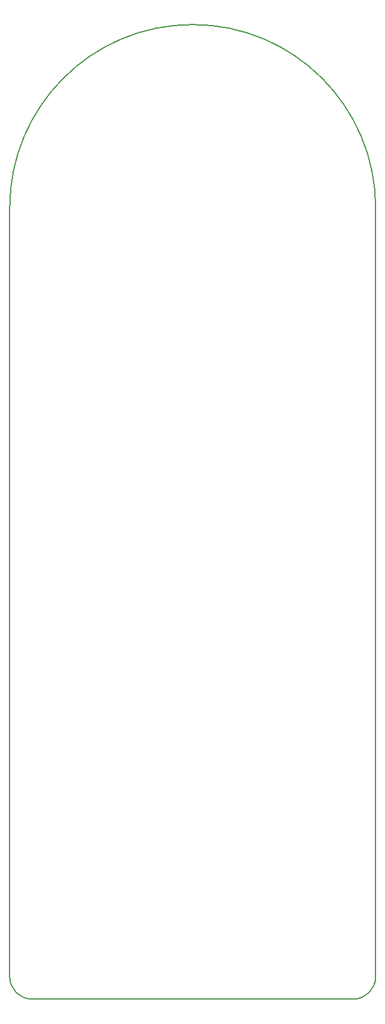
<source format=gm1>
G04 #@! TF.GenerationSoftware,KiCad,Pcbnew,(5.0.2)-1*
G04 #@! TF.CreationDate,2019-02-19T13:50:44+00:00*
G04 #@! TF.ProjectId,PersistenceOfVision,50657273-6973-4746-956e-63654f665669,1*
G04 #@! TF.SameCoordinates,Original*
G04 #@! TF.FileFunction,Profile,NP*
%FSLAX46Y46*%
G04 Gerber Fmt 4.6, Leading zero omitted, Abs format (unit mm)*
G04 Created by KiCad (PCBNEW (5.0.2)-1) date 19/02/2019 13:50:44*
%MOMM*%
%LPD*%
G01*
G04 APERTURE LIST*
%ADD10C,0.150000*%
G04 APERTURE END LIST*
D10*
X107950000Y-54610000D02*
X107950000Y-163830000D01*
X160020000Y-163830000D02*
X160020000Y-54610000D01*
X156845000Y-167005000D02*
X156845000Y-167005000D01*
X111125000Y-167005000D02*
X156845000Y-167005000D01*
X111125000Y-167005000D02*
G75*
G02X107950000Y-163830000I0J3175000D01*
G01*
X160020000Y-163830000D02*
G75*
G02X156845000Y-167005000I-3175000J0D01*
G01*
X107950000Y-54610000D02*
G75*
G02X160020000Y-54610000I26035000J0D01*
G01*
M02*

</source>
